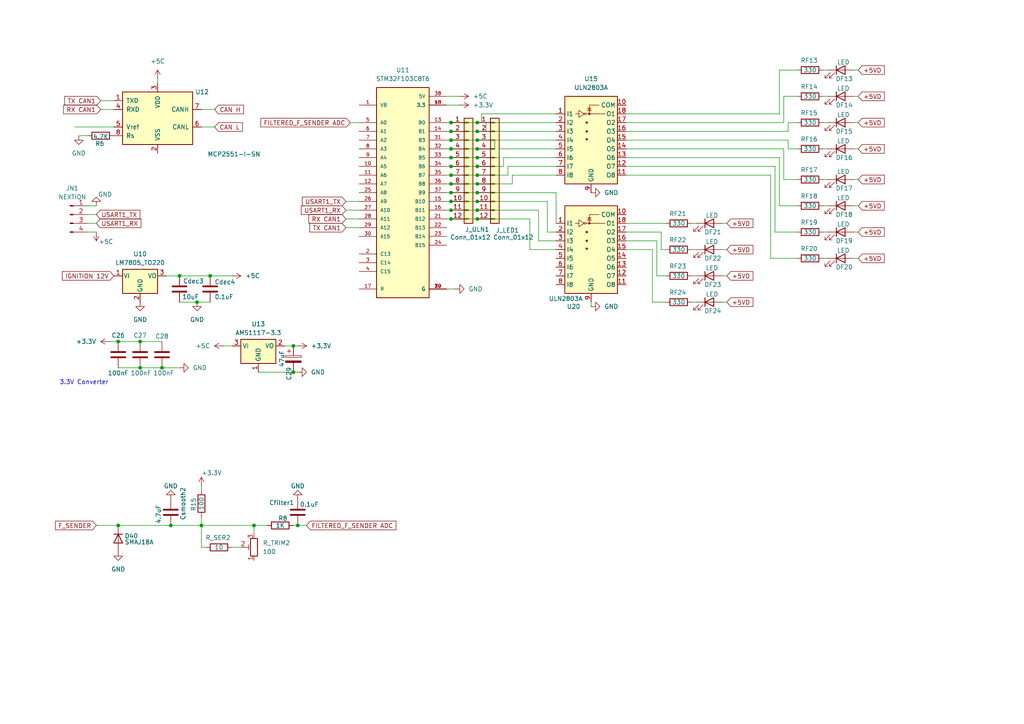
<source format=kicad_sch>
(kicad_sch (version 20250114) (generator "eeschema") (generator_version "9.0")
  (paper "A4")
  (lib_symbols
    (symbol "Connector:Conn_01x04_Pin" (pin_names (offset 1.016) (hide yes))
      (property "Reference" "J" (at 0 5.08 0))
      (property "Value" "Conn_01x04_Pin" (at 0 -7.62 0))
      (symbol "Conn_01x04_Pin_1_1"
        (rectangle (start 0.8636 2.667) (end 0 2.413) (stroke (width 0.1524)) (fill (type outline)))
        (rectangle (start 0.8636 0.127) (end 0 -0.127) (stroke (width 0.1524)) (fill (type outline)))
        (rectangle (start 0.8636 -2.413) (end 0 -2.667) (stroke (width 0.1524)) (fill (type outline)))
        (rectangle (start 0.8636 -4.953) (end 0 -5.207) (stroke (width 0.1524)) (fill (type outline)))
        (polyline (pts (xy 1.27 2.54) (xy 0.8636 2.54)) (stroke (width 0.1524)))
        (polyline (pts (xy 1.27 0) (xy 0.8636 0)) (stroke (width 0.1524)))
        (polyline (pts (xy 1.27 -2.54) (xy 0.8636 -2.54)) (stroke (width 0.1524)))
        (polyline (pts (xy 1.27 -5.08) (xy 0.8636 -5.08)) (stroke (width 0.1524)))
        (pin passive line (at 5.08 2.54 180) (length 3.81) (name "Pin_1") (number "1"))
        (pin passive line (at 5.08 0 180) (length 3.81) (name "Pin_2") (number "2"))
        (pin passive line (at 5.08 -2.54 180) (length 3.81) (name "Pin_3") (number "3"))
        (pin passive line (at 5.08 -5.08 180) (length 3.81) (name "Pin_4") (number "4"))
      )
    )
    (symbol "Connector_Generic:Conn_01x12" (pin_names (offset 1.016) (hide yes))
      (property "Reference" "J" (at 0 15.24 0))
      (property "Value" "Conn_01x12" (at 0 -17.78 0))
      (symbol "Conn_01x12_1_1"
        (rectangle (start -1.27 13.97) (end 1.27 -16.51) (stroke (width 0.254)) (fill (type background)))
        (rectangle (start -1.27 12.827) (end 0 12.573) (stroke (width 0.1524)))
        (rectangle (start -1.27 10.287) (end 0 10.033) (stroke (width 0.1524)))
        (rectangle (start -1.27 7.747) (end 0 7.493) (stroke (width 0.1524)))
        (rectangle (start -1.27 5.207) (end 0 4.953) (stroke (width 0.1524)))
        (rectangle (start -1.27 2.667) (end 0 2.413) (stroke (width 0.1524)))
        (rectangle (start -1.27 0.127) (end 0 -0.127) (stroke (width 0.1524)))
        (rectangle (start -1.27 -2.413) (end 0 -2.667) (stroke (width 0.1524)))
        (rectangle (start -1.27 -4.953) (end 0 -5.207) (stroke (width 0.1524)))
        (rectangle (start -1.27 -7.493) (end 0 -7.747) (stroke (width 0.1524)))
        (rectangle (start -1.27 -10.033) (end 0 -10.287) (stroke (width 0.1524)))
        (rectangle (start -1.27 -12.573) (end 0 -12.827) (stroke (width 0.1524)))
        (rectangle (start -1.27 -15.113) (end 0 -15.367) (stroke (width 0.1524)))
        (pin passive line (at -5.08 12.7 0) (length 3.81) (name "Pin_1") (number "1"))
        (pin passive line (at -5.08 10.16 0) (length 3.81) (name "Pin_2") (number "2"))
        (pin passive line (at -5.08 7.62 0) (length 3.81) (name "Pin_3") (number "3"))
        (pin passive line (at -5.08 5.08 0) (length 3.81) (name "Pin_4") (number "4"))
        (pin passive line (at -5.08 2.54 0) (length 3.81) (name "Pin_5") (number "5"))
        (pin passive line (at -5.08 0 0) (length 3.81) (name "Pin_6") (number "6"))
        (pin passive line (at -5.08 -2.54 0) (length 3.81) (name "Pin_7") (number "7"))
        (pin passive line (at -5.08 -5.08 0) (length 3.81) (name "Pin_8") (number "8"))
        (pin passive line (at -5.08 -7.62 0) (length 3.81) (name "Pin_9") (number "9"))
        (pin passive line (at -5.08 -10.16 0) (length 3.81) (name "Pin_10") (number "10"))
        (pin passive line (at -5.08 -12.7 0) (length 3.81) (name "Pin_11") (number "11"))
        (pin passive line (at -5.08 -15.24 0) (length 3.81) (name "Pin_12") (number "12"))
      )
    )
    (symbol "Device:C" (pin_numbers (hide yes)) (pin_names (offset 0.254))
      (property "Reference" "C" (at 0.635 2.54 0))
      (property "Value" "C" (at 0.635 -2.54 0))
      (symbol "C_0_1"
        (polyline (pts (xy -2.032 0.762) (xy 2.032 0.762)) (stroke (width 0.508)))
        (polyline (pts (xy -2.032 -0.762) (xy 2.032 -0.762)) (stroke (width 0.508)))
      )
      (symbol "C_1_1"
        (pin passive line (at 0 3.81 270) (length 2.794) (name "~") (number "1"))
        (pin passive line (at 0 -3.81 90) (length 2.794) (name "~") (number "2"))
      )
    )
    (symbol "Device:C_Polarized" (pin_numbers (hide yes)) (pin_names (offset 0.254))
      (property "Reference" "C" (at 0.635 2.54 0))
      (property "Value" "C_Polarized" (at 0.635 -2.54 0))
      (symbol "C_Polarized_0_1"
        (rectangle (start -2.286 0.508) (end 2.286 1.016))
        (polyline (pts (xy -1.778 2.286) (xy -0.762 2.286)))
        (polyline (pts (xy -1.27 2.794) (xy -1.27 1.778)))
        (rectangle (start 2.286 -0.508) (end -2.286 -1.016) (fill (type outline)))
      )
      (symbol "C_Polarized_1_1"
        (pin passive line (at 0 3.81 270) (length 2.794) (name "~") (number "1"))
        (pin passive line (at 0 -3.81 90) (length 2.794) (name "~") (number "2"))
      )
    )
    (symbol "Device:D" (pin_numbers (hide yes)) (pin_names (offset 1.016) (hide yes))
      (property "Reference" "D" (at 0 2.54 0))
      (property "Value" "D" (at 0 -2.54 0))
      (symbol "D_0_1"
        (polyline (pts (xy -1.27 1.27) (xy -1.27 -1.27)) (stroke (width 0.254)))
        (polyline (pts (xy 1.27 1.27) (xy 1.27 -1.27) (xy -1.27 0) (xy 1.27 1.27)) (stroke (width 0.254)))
        (polyline (pts (xy 1.27 0) (xy -1.27 0)))
      )
      (symbol "D_1_1"
        (pin passive line (at -3.81 0 0) (length 2.54) (name "K") (number "1"))
        (pin passive line (at 3.81 0 180) (length 2.54) (name "A") (number "2"))
      )
    )
    (symbol "Device:LED" (pin_numbers (hide yes)) (pin_names (offset 1.016) (hide yes))
      (property "Reference" "D" (at 0 2.54 0))
      (property "Value" "LED" (at 0 -2.54 0))
      (symbol "LED_0_1"
        (polyline (pts (xy -3.048 -0.762) (xy -4.572 -2.286) (xy -3.81 -2.286) (xy -4.572 -2.286) (xy -4.572 -1.524)))
        (polyline (pts (xy -1.778 -0.762) (xy -3.302 -2.286) (xy -2.54 -2.286) (xy -3.302 -2.286) (xy -3.302 -1.524)))
        (polyline (pts (xy -1.27 0) (xy 1.27 0)))
        (polyline (pts (xy -1.27 -1.27) (xy -1.27 1.27)) (stroke (width 0.254)))
        (polyline (pts (xy 1.27 -1.27) (xy 1.27 1.27) (xy -1.27 0) (xy 1.27 -1.27)) (stroke (width 0.254)))
      )
      (symbol "LED_1_1"
        (pin passive line (at -3.81 0 0) (length 2.54) (name "K") (number "1"))
        (pin passive line (at 3.81 0 180) (length 2.54) (name "A") (number "2"))
      )
    )
    (symbol "Device:R" (pin_numbers (hide yes)) (pin_names (offset 0))
      (property "Reference" "R" (at 2.032 0 90))
      (property "Value" "R" (at 0 0 90))
      (symbol "R_0_1"
        (rectangle (start -1.016 -2.54) (end 1.016 2.54) (stroke (width 0.254)))
      )
      (symbol "R_1_1"
        (pin passive line (at 0 3.81 270) (length 1.27) (name "~") (number "1"))
        (pin passive line (at 0 -3.81 90) (length 1.27) (name "~") (number "2"))
      )
    )
    (symbol "Device:R_Potentiometer_Trim" (pin_names (offset 1.016) (hide yes))
      (property "Reference" "RV" (at -4.445 0 90))
      (property "Value" "R_Potentiometer_Trim" (at -2.54 0 90))
      (symbol "R_Potentiometer_Trim_0_1"
        (rectangle (start 1.016 2.54) (end -1.016 -2.54) (stroke (width 0.254)))
        (polyline (pts (xy 1.524 0.762) (xy 1.524 -0.762)))
        (polyline (pts (xy 2.54 0) (xy 1.524 0)))
      )
      (symbol "R_Potentiometer_Trim_1_1"
        (pin passive line (at 0 3.81 270) (length 1.27) (name "1") (number "1"))
        (pin passive line (at 0 -3.81 90) (length 1.27) (name "3") (number "3"))
        (pin passive line (at 3.81 0 180) (length 1.27) (name "2") (number "2"))
      )
    )
    (symbol "Interface_CAN_LIN:MCP2551-I-SN" (pin_names (offset 1.016))
      (property "Reference" "U" (at -10.16 8.89 0))
      (property "Value" "MCP2551-I-SN" (at 2.54 8.89 0))
      (symbol "MCP2551-I-SN_0_1"
        (rectangle (start -10.16 7.62) (end 10.16 -7.62) (stroke (width 0.254)) (fill (type background)))
      )
      (symbol "MCP2551-I-SN_1_1"
        (pin input line (at -12.7 5.08 0) (length 2.54) (name "TXD") (number "1"))
        (pin output line (at -12.7 2.54 0) (length 2.54) (name "RXD") (number "4"))
        (pin power_out line (at -12.7 -2.54 0) (length 2.54) (name "Vref") (number "5"))
        (pin input line (at -12.7 -5.08 0) (length 2.54) (name "Rs") (number "8"))
        (pin power_in line (at 0 10.16 270) (length 2.54) (name "VDD") (number "3"))
        (pin power_in line (at 0 -10.16 90) (length 2.54) (name "VSS") (number "2"))
        (pin bidirectional line (at 12.7 2.54 180) (length 2.54) (name "CANH") (number "7"))
        (pin bidirectional line (at 12.7 -2.54 180) (length 2.54) (name "CANL") (number "6"))
      )
    )
    (symbol "Regulator_Linear:AMS1117-3.3"
      (property "Reference" "U" (at -3.81 3.175 0))
      (property "Value" "AMS1117-3.3" (at 0 3.175 0))
      (symbol "AMS1117-3.3_0_1"
        (rectangle (start -5.08 -5.08) (end 5.08 1.905) (stroke (width 0.254)) (fill (type background)))
      )
      (symbol "AMS1117-3.3_1_1"
        (pin power_in line (at -7.62 0 0) (length 2.54) (name "VI") (number "3"))
        (pin power_in line (at 0 -7.62 90) (length 2.54) (name "GND") (number "1"))
        (pin power_out line (at 7.62 0 180) (length 2.54) (name "VO") (number "2"))
      )
    )
    (symbol "Regulator_Linear:LM7805_TO220" (pin_names (offset 0.254))
      (property "Reference" "U" (at -3.81 3.175 0))
      (property "Value" "LM7805_TO220" (at 0 3.175 0))
      (symbol "LM7805_TO220_0_1"
        (rectangle (start -5.08 1.905) (end 5.08 -5.08) (stroke (width 0.254)) (fill (type background)))
      )
      (symbol "LM7805_TO220_1_1"
        (pin power_in line (at -7.62 0 0) (length 2.54) (name "VI") (number "1"))
        (pin power_in line (at 0 -7.62 90) (length 2.54) (name "GND") (number "2"))
        (pin power_out line (at 7.62 0 180) (length 2.54) (name "VO") (number "3"))
      )
    )
    (symbol "Transistor_Array:ULN2803A"
      (property "Reference" "U" (at 0 13.335 0))
      (property "Value" "ULN2803A" (at 0 11.43 0))
      (symbol "ULN2803A_0_1"
        (rectangle (start -7.62 -15.24) (end 7.62 10.16) (stroke (width 0.254)) (fill (type background)))
        (polyline (pts (xy -4.572 5.08) (xy -3.556 5.08)))
        (polyline (pts (xy -3.556 6.096) (xy -3.556 4.064) (xy -2.032 5.08) (xy -3.556 6.096)))
        (circle (center -1.778 5.08) (radius 0.254))
        (polyline (pts (xy -1.524 5.08) (xy 4.064 5.08)))
        (circle (center -1.27 2.54) (radius 0.254) (fill (type outline)))
        (circle (center -1.27 0) (radius 0.254) (fill (type outline)))
        (circle (center -1.27 -2.286) (radius 0.254) (fill (type outline)))
        (circle (center -0.508 5.08) (radius 0.254) (fill (type outline)))
        (polyline (pts (xy -0.508 5.08) (xy -0.508 7.62) (xy 2.286 7.62)))
        (polyline (pts (xy 0 6.731) (xy -1.016 6.731)))
        (polyline (pts (xy 0 5.969) (xy -1.016 5.969) (xy -0.508 6.731) (xy 0 5.969)))
      )
      (symbol "ULN2803A_1_1"
        (pin input line (at -10.16 5.08 0) (length 2.54) (name "I1") (number "1"))
        (pin input line (at -10.16 2.54 0) (length 2.54) (name "I2") (number "2"))
        (pin input line (at -10.16 0 0) (length 2.54) (name "I3") (number "3"))
        (pin input line (at -10.16 -2.54 0) (length 2.54) (name "I4") (number "4"))
        (pin input line (at -10.16 -5.08 0) (length 2.54) (name "I5") (number "5"))
        (pin input line (at -10.16 -7.62 0) (length 2.54) (name "I6") (number "6"))
        (pin input line (at -10.16 -10.16 0) (length 2.54) (name "I7") (number "7"))
        (pin input line (at -10.16 -12.7 0) (length 2.54) (name "I8") (number "8"))
        (pin power_in line (at 0 -17.78 90) (length 2.54) (name "GND") (number "9"))
        (pin passive line (at 10.16 7.62 180) (length 2.54) (name "COM") (number "10"))
        (pin open_collector line (at 10.16 5.08 180) (length 2.54) (name "O1") (number "18"))
        (pin open_collector line (at 10.16 2.54 180) (length 2.54) (name "O2") (number "17"))
        (pin open_collector line (at 10.16 0 180) (length 2.54) (name "O3") (number "16"))
        (pin open_collector line (at 10.16 -2.54 180) (length 2.54) (name "O4") (number "15"))
        (pin open_collector line (at 10.16 -5.08 180) (length 2.54) (name "O5") (number "14"))
        (pin open_collector line (at 10.16 -7.62 180) (length 2.54) (name "O6") (number "13"))
        (pin open_collector line (at 10.16 -10.16 180) (length 2.54) (name "O7") (number "12"))
        (pin open_collector line (at 10.16 -12.7 180) (length 2.54) (name "O8") (number "11"))
      )
    )
    (symbol "ZC323000:ZC323000" (pin_names (offset 1.016))
      (property "Reference" "U" (at -7.62 31.75 0))
      (property "Value" "ZC323000" (at -7.62 -31.75 0))
      (symbol "ZC323000_0_0"
        (rectangle (start -7.62 -30.48) (end 7.62 30.48) (stroke (width 0.254)) (fill (type background)))
        (pin bidirectional line (at -12.7 25.4 0) (length 5.08) (name "VB") (number "1"))
        (pin bidirectional line (at -12.7 20.32 0) (length 5.08) (name "A0") (number "5"))
        (pin bidirectional line (at -12.7 17.78 0) (length 5.08) (name "A1") (number "6"))
        (pin bidirectional line (at -12.7 15.24 0) (length 5.08) (name "A2") (number "7"))
        (pin bidirectional line (at -12.7 12.7 0) (length 5.08) (name "A3") (number "8"))
        (pin bidirectional line (at -12.7 10.16 0) (length 5.08) (name "A4") (number "9"))
        (pin bidirectional line (at -12.7 7.62 0) (length 5.08) (name "A5") (number "10"))
        (pin bidirectional line (at -12.7 5.08 0) (length 5.08) (name "A6") (number "11"))
        (pin bidirectional line (at -12.7 2.54 0) (length 5.08) (name "A7") (number "12"))
        (pin bidirectional line (at -12.7 0 0) (length 5.08) (name "A8") (number "25"))
        (pin bidirectional line (at -12.7 -2.54 0) (length 5.08) (name "A9") (number "26"))
        (pin bidirectional line (at -12.7 -5.08 0) (length 5.08) (name "A10") (number "27"))
        (pin bidirectional line (at -12.7 -7.62 0) (length 5.08) (name "A11") (number "28"))
        (pin bidirectional line (at -12.7 -10.16 0) (length 5.08) (name "A12") (number "29"))
        (pin bidirectional line (at -12.7 -12.7 0) (length 5.08) (name "A15") (number "30"))
        (pin bidirectional line (at -12.7 -17.78 0) (length 5.08) (name "C13") (number "2"))
        (pin bidirectional line (at -12.7 -20.32 0) (length 5.08) (name "C14") (number "3"))
        (pin bidirectional line (at -12.7 -22.86 0) (length 5.08) (name "C15") (number "4"))
        (pin bidirectional line (at -12.7 -27.94 0) (length 5.08) (name "R") (number "17"))
        (pin power_in line (at 12.7 27.94 180) (length 5.08) (name "5V") (number "38"))
        (pin power_in line (at 12.7 25.4 180) (length 5.08) (name "3.3") (number "18"))
        (pin power_in line (at 12.7 25.4 180) (length 5.08) (name "3.3") (number "40"))
        (pin bidirectional line (at 12.7 20.32 180) (length 5.08) (name "B0") (number "13"))
        (pin bidirectional line (at 12.7 17.78 180) (length 5.08) (name "B1") (number "14"))
        (pin bidirectional line (at 12.7 15.24 180) (length 5.08) (name "B3") (number "31"))
        (pin bidirectional line (at 12.7 12.7 180) (length 5.08) (name "B4") (number "32"))
        (pin bidirectional line (at 12.7 10.16 180) (length 5.08) (name "B5") (number "33"))
        (pin bidirectional line (at 12.7 7.62 180) (length 5.08) (name "B6") (number "34"))
        (pin bidirectional line (at 12.7 5.08 180) (length 5.08) (name "B7") (number "35"))
        (pin bidirectional line (at 12.7 2.54 180) (length 5.08) (name "B8") (number "36"))
        (pin bidirectional line (at 12.7 0 180) (length 5.08) (name "B9") (number "37"))
        (pin bidirectional line (at 12.7 -2.54 180) (length 5.08) (name "B10") (number "15"))
        (pin bidirectional line (at 12.7 -5.08 180) (length 5.08) (name "B11") (number "16"))
        (pin bidirectional line (at 12.7 -7.62 180) (length 5.08) (name "B12") (number "21"))
        (pin bidirectional line (at 12.7 -10.16 180) (length 5.08) (name "B13") (number "22"))
        (pin bidirectional line (at 12.7 -12.7 180) (length 5.08) (name "B14") (number "23"))
        (pin bidirectional line (at 12.7 -15.24 180) (length 5.08) (name "B15") (number "24"))
        (pin power_in line (at 12.7 -27.94 180) (length 5.08) (name "G") (number "19"))
        (pin power_in line (at 12.7 -27.94 180) (length 5.08) (name "G") (number "20"))
        (pin power_in line (at 12.7 -27.94 180) (length 5.08) (name "G") (number "39"))
      )
    )
    (symbol "power:+3.3V" (power) (pin_numbers (hide yes)) (pin_names (offset 0) (hide yes))
      (property "Value" "+3.3V" (at 0 3.556 0))
      (symbol "+3.3V_0_1"
        (polyline (pts (xy -0.762 1.27) (xy 0 2.54)))
        (polyline (pts (xy 0 2.54) (xy 0.762 1.27)))
        (polyline (pts (xy 0 0) (xy 0 2.54)))
      )
      (symbol "+3.3V_1_1"
        (pin power_in line (at 0 0 90) (length 0) (name "~") (number "1"))
      )
    )
    (symbol "power:+5C" (power) (pin_numbers (hide yes)) (pin_names (offset 0) (hide yes))
      (property "Value" "+5C" (at 0 3.556 0))
      (symbol "+5C_0_1"
        (polyline (pts (xy -0.762 1.27) (xy 0 2.54)))
        (polyline (pts (xy 0 2.54) (xy 0.762 1.27)))
        (polyline (pts (xy 0 0) (xy 0 2.54)))
      )
      (symbol "+5C_1_1"
        (pin power_in line (at 0 0 90) (length 0) (name "~") (number "1"))
      )
    )
    (symbol "power:GND" (power) (pin_numbers (hide yes)) (pin_names (offset 0) (hide yes))
      (property "Value" "GND" (at 0 -3.81 0))
      (symbol "GND_0_1"
        (polyline (pts (xy 0 0) (xy 0 -1.27) (xy 1.27 -1.27) (xy 0 -2.54) (xy -1.27 -1.27) (xy 0 -1.27)))
      )
      (symbol "GND_1_1"
        (pin power_in line (at 0 0 270) (length 0) (name "~") (number "1"))
      )
    )
  )
  (text "3.3V Converter" (at 24.384 110.998 0) (effects (font (size 1.27 1.27))))
  (junction (at 130.81 43.18))
  (junction (at 85.09 100.33))
  (junction (at 34.29 99.06))
  (junction (at 138.43 53.34))
  (junction (at 58.42 152.4))
  (junction (at 49.53 152.4))
  (junction (at 130.81 58.42))
  (junction (at 138.43 43.18))
  (junction (at 130.81 55.88))
  (junction (at 138.43 60.96))
  (junction (at 73.66 152.4))
  (junction (at 40.64 99.06))
  (junction (at 138.43 38.1))
  (junction (at 130.81 50.8))
  (junction (at 130.81 48.26))
  (junction (at 130.81 45.72))
  (junction (at 138.43 55.88))
  (junction (at 138.43 48.26))
  (junction (at 138.43 50.8))
  (junction (at 130.81 60.96))
  (junction (at 138.43 40.64))
  (junction (at 34.29 152.4))
  (junction (at 138.43 58.42))
  (junction (at 130.81 40.64))
  (junction (at 57.15 87.63))
  (junction (at 60.96 80.01))
  (junction (at 130.81 53.34))
  (junction (at 138.43 45.72))
  (junction (at 130.81 63.5))
  (junction (at 138.43 35.56))
  (junction (at 85.09 107.95))
  (junction (at 52.07 80.01))
  (junction (at 138.43 63.5))
  (junction (at 46.99 106.68))
  (junction (at 86.36 152.4))
  (junction (at 130.81 35.56))
  (junction (at 40.64 106.68))
  (junction (at 130.81 38.1))
  (wire (pts (xy 85.09 100.33) (xy 86.36 100.33)))
  (wire (pts (xy 138.43 58.42) (xy 158.75 58.42)))
  (wire (pts (xy 210.82 64.77) (xy 209.55 64.77)))
  (wire (pts (xy 226.06 59.69) (xy 226.06 45.72)))
  (wire (pts (xy 129.54 60.96) (xy 130.81 60.96)))
  (wire (pts (xy 129.54 83.82) (xy 132.08 83.82)))
  (wire (pts (xy 240.03 20.32) (xy 238.76 20.32)))
  (wire (pts (xy 231.14 27.94) (xy 227.33 27.94)))
  (wire (pts (xy 231.14 35.56) (xy 228.6 35.56)))
  (wire (pts (xy 156.21 60.96) (xy 156.21 69.85)))
  (wire (pts (xy 191.77 72.39) (xy 193.04 72.39)))
  (wire (pts (xy 226.06 20.32) (xy 231.14 20.32)))
  (wire (pts (xy 240.03 59.69) (xy 238.76 59.69)))
  (wire (pts (xy 147.32 48.26) (xy 161.29 48.26)))
  (wire (pts (xy 140.97 38.1) (xy 140.97 35.56)))
  (wire (pts (xy 224.79 48.26) (xy 181.61 48.26)))
  (wire (pts (xy 143.51 40.64) (xy 161.29 40.64)))
  (wire (pts (xy 201.93 64.77) (xy 200.66 64.77)))
  (wire (pts (xy 29.21 31.75) (xy 33.02 31.75)))
  (wire (pts (xy 130.81 45.72) (xy 138.43 45.72)))
  (wire (pts (xy 201.93 87.63) (xy 200.66 87.63)))
  (wire (pts (xy 129.54 45.72) (xy 130.81 45.72)))
  (wire (pts (xy 223.52 74.93) (xy 223.52 50.8)))
  (wire (pts (xy 248.92 43.18) (xy 247.65 43.18)))
  (wire (pts (xy 40.64 99.06) (xy 46.99 99.06)))
  (wire (pts (xy 138.43 53.34) (xy 148.59 53.34)))
  (wire (pts (xy 130.81 40.64) (xy 138.43 40.64)))
  (wire (pts (xy 27.94 62.23) (xy 25.4 62.23)))
  (wire (pts (xy 130.81 35.56) (xy 138.43 35.56)))
  (wire (pts (xy 148.59 53.34) (xy 148.59 50.8)))
  (wire (pts (xy 129.54 40.64) (xy 130.81 40.64)))
  (wire (pts (xy 227.33 27.94) (xy 227.33 35.56)))
  (wire (pts (xy 77.47 152.4) (xy 73.66 152.4)))
  (wire (pts (xy 130.81 38.1) (xy 138.43 38.1)))
  (wire (pts (xy 40.64 106.68) (xy 46.99 106.68)))
  (wire (pts (xy 181.61 33.02) (xy 226.06 33.02)))
  (wire (pts (xy 210.82 87.63) (xy 209.55 87.63)))
  (wire (pts (xy 58.42 36.83) (xy 62.23 36.83)))
  (wire (pts (xy 248.92 52.07) (xy 247.65 52.07)))
  (wire (pts (xy 100.33 66.04) (xy 104.14 66.04)))
  (wire (pts (xy 129.54 63.5) (xy 130.81 63.5)))
  (wire (pts (xy 191.77 67.31) (xy 191.77 72.39)))
  (wire (pts (xy 129.54 30.48) (xy 133.35 30.48)))
  (wire (pts (xy 130.81 50.8) (xy 138.43 50.8)))
  (wire (pts (xy 226.06 20.32) (xy 226.06 33.02)))
  (wire (pts (xy 161.29 55.88) (xy 161.29 64.77)))
  (wire (pts (xy 34.29 106.68) (xy 40.64 106.68)))
  (wire (pts (xy 101.6 35.56) (xy 104.14 35.56)))
  (wire (pts (xy 138.43 63.5) (xy 153.67 63.5)))
  (wire (pts (xy 248.92 20.32) (xy 247.65 20.32)))
  (wire (pts (xy 158.75 67.31) (xy 161.29 67.31)))
  (wire (pts (xy 73.66 152.4) (xy 73.66 154.94)))
  (wire (pts (xy 158.75 58.42) (xy 158.75 67.31)))
  (wire (pts (xy 129.54 38.1) (xy 130.81 38.1)))
  (wire (pts (xy 156.21 69.85) (xy 161.29 69.85)))
  (wire (pts (xy 142.24 40.64) (xy 142.24 38.1)))
  (wire (pts (xy 144.78 45.72) (xy 144.78 43.18)))
  (wire (pts (xy 27.94 152.4) (xy 34.29 152.4)))
  (wire (pts (xy 58.42 31.75) (xy 62.23 31.75)))
  (wire (pts (xy 138.43 35.56) (xy 139.7 35.56)))
  (wire (pts (xy 27.94 67.31) (xy 25.4 67.31)))
  (wire (pts (xy 58.42 140.97) (xy 58.42 142.24)))
  (wire (pts (xy 190.5 80.01) (xy 193.04 80.01)))
  (wire (pts (xy 231.14 74.93) (xy 223.52 74.93)))
  (wire (pts (xy 181.61 50.8) (xy 223.52 50.8)))
  (wire (pts (xy 248.92 59.69) (xy 247.65 59.69)))
  (wire (pts (xy 227.33 35.56) (xy 181.61 35.56)))
  (wire (pts (xy 201.93 80.01) (xy 200.66 80.01)))
  (wire (pts (xy 129.54 48.26) (xy 130.81 48.26)))
  (wire (pts (xy 140.97 35.56) (xy 161.29 35.56)))
  (wire (pts (xy 240.03 35.56) (xy 238.76 35.56)))
  (wire (pts (xy 146.05 48.26) (xy 146.05 45.72)))
  (wire (pts (xy 67.31 158.75) (xy 69.85 158.75)))
  (wire (pts (xy 201.93 72.39) (xy 200.66 72.39)))
  (wire (pts (xy 153.67 72.39) (xy 161.29 72.39)))
  (wire (pts (xy 144.78 43.18) (xy 161.29 43.18)))
  (wire (pts (xy 240.03 43.18) (xy 238.76 43.18)))
  (wire (pts (xy 129.54 58.42) (xy 130.81 58.42)))
  (wire (pts (xy 130.81 53.34) (xy 138.43 53.34)))
  (wire (pts (xy 22.86 39.37) (xy 25.4 39.37)))
  (wire (pts (xy 248.92 35.56) (xy 247.65 35.56)))
  (wire (pts (xy 240.03 52.07) (xy 238.76 52.07)))
  (wire (pts (xy 130.81 48.26) (xy 138.43 48.26)))
  (wire (pts (xy 181.61 72.39) (xy 189.23 72.39)))
  (wire (pts (xy 138.43 45.72) (xy 144.78 45.72)))
  (wire (pts (xy 129.54 43.18) (xy 130.81 43.18)))
  (wire (pts (xy 130.81 43.18) (xy 138.43 43.18)))
  (wire (pts (xy 138.43 43.18) (xy 143.51 43.18)))
  (wire (pts (xy 27.94 64.77) (xy 25.4 64.77)))
  (wire (pts (xy 224.79 67.31) (xy 224.79 48.26)))
  (wire (pts (xy 52.07 87.63) (xy 57.15 87.63)))
  (wire (pts (xy 240.03 67.31) (xy 238.76 67.31)))
  (wire (pts (xy 171.45 88.9) (xy 171.45 87.63)))
  (wire (pts (xy 139.7 33.02) (xy 161.29 33.02)))
  (wire (pts (xy 100.33 60.96) (xy 104.14 60.96)))
  (wire (pts (xy 181.61 67.31) (xy 191.77 67.31)))
  (wire (pts (xy 129.54 27.94) (xy 133.35 27.94)))
  (wire (pts (xy 227.33 52.07) (xy 231.14 52.07)))
  (wire (pts (xy 189.23 72.39) (xy 189.23 87.63)))
  (wire (pts (xy 228.6 35.56) (xy 228.6 38.1)))
  (wire (pts (xy 57.15 87.63) (xy 60.96 87.63)))
  (wire (pts (xy 29.21 29.21) (xy 33.02 29.21)))
  (wire (pts (xy 58.42 149.86) (xy 58.42 152.4)))
  (wire (pts (xy 190.5 69.85) (xy 190.5 80.01)))
  (wire (pts (xy 228.6 43.18) (xy 231.14 43.18)))
  (wire (pts (xy 46.99 106.68) (xy 52.07 106.68)))
  (wire (pts (xy 58.42 152.4) (xy 58.42 158.75)))
  (wire (pts (xy 240.03 74.93) (xy 238.76 74.93)))
  (wire (pts (xy 138.43 60.96) (xy 156.21 60.96)))
  (wire (pts (xy 224.79 67.31) (xy 231.14 67.31)))
  (wire (pts (xy 146.05 45.72) (xy 161.29 45.72)))
  (wire (pts (xy 67.31 80.01) (xy 60.96 80.01)))
  (wire (pts (xy 142.24 38.1) (xy 161.29 38.1)))
  (wire (pts (xy 130.81 58.42) (xy 138.43 58.42)))
  (wire (pts (xy 34.29 99.06) (xy 40.64 99.06)))
  (wire (pts (xy 210.82 80.01) (xy 209.55 80.01)))
  (wire (pts (xy 138.43 55.88) (xy 161.29 55.88)))
  (wire (pts (xy 49.53 152.4) (xy 58.42 152.4)))
  (wire (pts (xy 60.96 80.01) (xy 52.07 80.01)))
  (wire (pts (xy 27.94 59.69) (xy 25.4 59.69)))
  (wire (pts (xy 129.54 35.56) (xy 130.81 35.56)))
  (wire (pts (xy 138.43 50.8) (xy 147.32 50.8)))
  (wire (pts (xy 226.06 45.72) (xy 181.61 45.72)))
  (wire (pts (xy 52.07 80.01) (xy 48.26 80.01)))
  (wire (pts (xy 138.43 38.1) (xy 140.97 38.1)))
  (wire (pts (xy 231.14 59.69) (xy 226.06 59.69)))
  (wire (pts (xy 88.9 152.4) (xy 86.36 152.4)))
  (wire (pts (xy 129.54 50.8) (xy 130.81 50.8)))
  (wire (pts (xy 228.6 43.18) (xy 228.6 40.64)))
  (wire (pts (xy 181.61 69.85) (xy 190.5 69.85)))
  (wire (pts (xy 34.29 152.4) (xy 49.53 152.4)))
  (wire (pts (xy 227.33 52.07) (xy 227.33 43.18)))
  (wire (pts (xy 240.03 27.94) (xy 238.76 27.94)))
  (wire (pts (xy 228.6 38.1) (xy 181.61 38.1)))
  (wire (pts (xy 21.59 36.83) (xy 33.02 36.83)))
  (wire (pts (xy 74.93 107.95) (xy 85.09 107.95)))
  (wire (pts (xy 139.7 35.56) (xy 139.7 33.02)))
  (wire (pts (xy 45.72 22.86) (xy 45.72 24.13)))
  (wire (pts (xy 129.54 55.88) (xy 130.81 55.88)))
  (wire (pts (xy 181.61 64.77) (xy 193.04 64.77)))
  (wire (pts (xy 82.55 100.33) (xy 85.09 100.33)))
  (wire (pts (xy 130.81 55.88) (xy 138.43 55.88)))
  (wire (pts (xy 31.75 99.06) (xy 34.29 99.06)))
  (wire (pts (xy 143.51 43.18) (xy 143.51 40.64)))
  (wire (pts (xy 58.42 152.4) (xy 73.66 152.4)))
  (wire (pts (xy 148.59 50.8) (xy 161.29 50.8)))
  (wire (pts (xy 248.92 27.94) (xy 247.65 27.94)))
  (wire (pts (xy 248.92 74.93) (xy 247.65 74.93)))
  (wire (pts (xy 147.32 50.8) (xy 147.32 48.26)))
  (wire (pts (xy 100.33 58.42) (xy 104.14 58.42)))
  (wire (pts (xy 138.43 40.64) (xy 142.24 40.64)))
  (wire (pts (xy 85.09 107.95) (xy 86.36 107.95)))
  (wire (pts (xy 210.82 72.39) (xy 209.55 72.39)))
  (wire (pts (xy 64.77 100.33) (xy 67.31 100.33)))
  (wire (pts (xy 189.23 87.63) (xy 193.04 87.63)))
  (wire (pts (xy 138.43 48.26) (xy 146.05 48.26)))
  (wire (pts (xy 129.54 53.34) (xy 130.81 53.34)))
  (wire (pts (xy 100.33 63.5) (xy 104.14 63.5)))
  (wire (pts (xy 248.92 67.31) (xy 247.65 67.31)))
  (wire (pts (xy 153.67 63.5) (xy 153.67 72.39)))
  (wire (pts (xy 181.61 43.18) (xy 227.33 43.18)))
  (wire (pts (xy 130.81 60.96) (xy 138.43 60.96)))
  (wire (pts (xy 228.6 40.64) (xy 181.61 40.64)))
  (wire (pts (xy 58.42 158.75) (xy 59.69 158.75)))
  (wire (pts (xy 86.36 152.4) (xy 85.09 152.4)))
  (wire (pts (xy 130.81 63.5) (xy 138.43 63.5)))
  (global_label "USART1_TX" (shape input) (at 27.94 62.23 0) (property "Intersheetrefs" "${INTERSHEET_REFS}" (effects (hide yes))))
  (global_label "FILTERED_F_SENDER ADC" (shape input) (at 101.6 35.56 180) (property "Intersheetrefs" "${INTERSHEET_REFS}" (effects (hide yes))))
  (global_label "USART1_TX" (shape input) (at 100.33 58.42 180) (property "Intersheetrefs" "${INTERSHEET_REFS}" (effects (hide yes))))
  (global_label "RX CAN1" (shape input) (at 29.21 31.75 180) (property "Intersheetrefs" "${INTERSHEET_REFS}" (effects (hide yes))))
  (global_label "+5VD" (shape input) (at 248.92 43.18 0) (property "Intersheetrefs" "${INTERSHEET_REFS}" (effects (hide yes))))
  (global_label "+5VD" (shape input) (at 210.82 87.63 0) (property "Intersheetrefs" "${INTERSHEET_REFS}" (effects (hide yes))))
  (global_label "+5VD" (shape input) (at 248.92 27.94 0) (property "Intersheetrefs" "${INTERSHEET_REFS}" (effects (hide yes))))
  (global_label "+5VD" (shape input) (at 248.92 20.32 0) (property "Intersheetrefs" "${INTERSHEET_REFS}" (effects (hide yes))))
  (global_label "FILTERED_F_SENDER ADC" (shape input) (at 88.9 152.4 0) (property "Intersheetrefs" "${INTERSHEET_REFS}" (effects (hide yes))))
  (global_label "+5VD" (shape input) (at 248.92 59.69 0) (property "Intersheetrefs" "${INTERSHEET_REFS}" (effects (hide yes))))
  (global_label "+5VD" (shape input) (at 210.82 72.39 0) (property "Intersheetrefs" "${INTERSHEET_REFS}" (effects (hide yes))))
  (global_label "CAN L" (shape input) (at 62.23 36.83 0) (property "Intersheetrefs" "${INTERSHEET_REFS}" (effects (hide yes))))
  (global_label "+5VD" (shape input) (at 248.92 35.56 0) (property "Intersheetrefs" "${INTERSHEET_REFS}" (effects (hide yes))))
  (global_label "CAN H" (shape input) (at 62.23 31.75 0) (property "Intersheetrefs" "${INTERSHEET_REFS}" (effects (hide yes))))
  (global_label "+5VD" (shape input) (at 210.82 80.01 0) (property "Intersheetrefs" "${INTERSHEET_REFS}" (effects (hide yes))))
  (global_label "USART1_RX" (shape input) (at 27.94 64.77 0) (property "Intersheetrefs" "${INTERSHEET_REFS}" (effects (hide yes))))
  (global_label "IGNITION 12V" (shape input) (at 33.02 80.01 180) (property "Intersheetrefs" "${INTERSHEET_REFS}" (effects (hide yes))))
  (global_label "+5VD" (shape input) (at 210.82 64.77 0) (property "Intersheetrefs" "${INTERSHEET_REFS}" (effects (hide yes))))
  (global_label "TX CAN1" (shape input) (at 29.21 29.21 180) (property "Intersheetrefs" "${INTERSHEET_REFS}" (effects (hide yes))))
  (global_label "F_SENDER" (shape input) (at 27.94 152.4 180) (property "Intersheetrefs" "${INTERSHEET_REFS}" (effects (hide yes))))
  (global_label "RX CAN1" (shape input) (at 100.33 63.5 180) (property "Intersheetrefs" "${INTERSHEET_REFS}" (effects (hide yes))))
  (global_label "USART1_RX" (shape input) (at 100.33 60.96 180) (property "Intersheetrefs" "${INTERSHEET_REFS}" (effects (hide yes))))
  (global_label "TX CAN1" (shape input) (at 100.33 66.04 180) (property "Intersheetrefs" "${INTERSHEET_REFS}" (effects (hide yes))))
  (global_label "+5VD" (shape input) (at 248.92 52.07 0) (property "Intersheetrefs" "${INTERSHEET_REFS}" (effects (hide yes))))
  (global_label "+5VD" (shape input) (at 248.92 74.93 0) (property "Intersheetrefs" "${INTERSHEET_REFS}" (effects (hide yes))))
  (global_label "+5VD" (shape input) (at 248.92 67.31 0) (property "Intersheetrefs" "${INTERSHEET_REFS}" (effects (hide yes))))
  (symbol (lib_id "Device:R_Potentiometer_Trim") (at 73.66 158.75 180) (unit 1)
    (property "Reference" "R_TRIM2" (at 76.2 157.4799 0) (effects (justify right)))
    (property "Value" "100" (at 76.2 160.0199 0) (effects (justify right)))
    (property "Footprint" "Potentiometer_SMD:Potentiometer_Bourns_3314J_Vertical" (effects (hide yes)))
    (property "Description" "Trim-potentiometer" (effects (hide yes)))
  )
  (symbol (lib_id "Interface_CAN_LIN:MCP2551-I-SN") (at 45.72 34.29 0) (unit 1)
    (property "Reference" "U12" (at 56.642 26.67 0) (effects (justify left)))
    (property "Value" "MCP2551-I-SN" (at 60.198 44.704 0) (effects (justify left)))
    (property "Footprint" "Package_SO:SOIC-8_3.9x4.9mm_P1.27mm" (effects (hide yes)))
    (property "Datasheet" "http://ww1.microchip.com/downloads/en/devicedoc/21667d.pdf" (effects (hide yes)))
    (property "Description" "High-Speed CAN Transceiver, 1Mbps, 5V supply, SOIC-8" (effects (hide yes)))
  )
  (symbol (lib_id "power:GND") (at 22.86 39.37 0) (unit 1)
    (property "Reference" "#PWR070" (effects (hide yes)))
    (property "Value" "GND" (at 22.86 44.45 0))
    (property "Description" "Power symbol creates a global label with name \"GND\" , ground" (effects (hide yes)))
  )
  (symbol (lib_id "power:+5C") (at 45.72 22.86 0) (unit 1)
    (property "Reference" "#PWR0103" (effects (hide yes)))
    (property "Value" "+5C" (at 45.72 17.78 0))
    (property "Description" "Power symbol creates a global label with name \"+5C\"" (effects (hide yes)))
  )
  (symbol (lib_id "Device:R") (at 234.95 20.32 90) (unit 1)
    (property "Reference" "RF13" (at 234.696 17.526 90))
    (property "Value" "330" (at 234.95 20.32 90))
    (property "Footprint" "Resistor_SMD:R_0603_1608Metric" (effects (hide yes)))
    (property "Description" "Resistor" (effects (hide yes)))
  )
  (symbol (lib_id "Device:C") (at 52.07 83.82 0) (unit 1)
    (property "Reference" "Cdec3" (at 53.086 81.534 0) (effects (justify left)))
    (property "Value" "10uF" (at 52.832 86.106 0) (effects (justify left)))
    (property "Footprint" "Capacitor_SMD:C_0805_2012Metric" (effects (hide yes)))
    (property "Description" "Unpolarized capacitor" (effects (hide yes)))
  )
  (symbol (lib_id "Device:R") (at 196.85 72.39 90) (unit 1)
    (property "Reference" "RF22" (at 196.596 69.596 90))
    (property "Value" "330" (at 196.85 72.39 90))
    (property "Footprint" "Resistor_SMD:R_0603_1608Metric" (effects (hide yes)))
    (property "Description" "Resistor" (effects (hide yes)))
  )
  (symbol (lib_id "Device:LED") (at 243.84 35.56 0) (unit 1)
    (property "Reference" "DF15" (at 244.856 38.1 0))
    (property "Value" "LED" (at 244.602 33.274 0))
    (property "Footprint" "LED_SMD:LED_0805_2012Metric" (effects (hide yes)))
    (property "Description" "Light emitting diode" (effects (hide yes)))
    (property "Sim.Pins" "1=K 2=A" (effects (hide yes)))
  )
  (symbol (lib_id "Device:LED") (at 243.84 27.94 0) (unit 1)
    (property "Reference" "DF14" (at 244.856 30.48 0))
    (property "Value" "LED" (at 244.602 25.654 0))
    (property "Footprint" "LED_SMD:LED_0805_2012Metric" (effects (hide yes)))
    (property "Description" "Light emitting diode" (effects (hide yes)))
    (property "Sim.Pins" "1=K 2=A" (effects (hide yes)))
  )
  (symbol (lib_id "Device:R") (at 234.95 74.93 90) (unit 1)
    (property "Reference" "RF20" (at 234.696 72.136 90))
    (property "Value" "330" (at 234.95 74.93 90))
    (property "Footprint" "Resistor_SMD:R_0603_1608Metric" (effects (hide yes)))
    (property "Description" "Resistor" (effects (hide yes)))
  )
  (symbol (lib_id "Device:LED") (at 243.84 67.31 0) (unit 1)
    (property "Reference" "DF19" (at 244.856 69.85 0))
    (property "Value" "LED" (at 244.602 65.024 0))
    (property "Footprint" "LED_SMD:LED_0805_2012Metric" (effects (hide yes)))
    (property "Description" "Light emitting diode" (effects (hide yes)))
    (property "Sim.Pins" "1=K 2=A" (effects (hide yes)))
  )
  (symbol (lib_id "Transistor_Array:ULN2803A") (at 171.45 38.1 0) (unit 1)
    (property "Reference" "U15" (at 171.45 22.86 0))
    (property "Value" "ULN2803A" (at 171.45 25.4 0))
    (property "Footprint" "Package_SO:SOIC-20W_7.5x12.8mm_P1.27mm" (effects (hide yes)))
    (property "Datasheet" "http://www.ti.com/lit/ds/symlink/uln2803a.pdf" (effects (hide yes)))
    (property "Description" "Darlington Transistor Arrays, SOIC18/DIP18" (effects (hide yes)))
  )
  (symbol (lib_id "Device:LED") (at 243.84 52.07 0) (unit 1)
    (property "Reference" "DF17" (at 244.856 54.61 0))
    (property "Value" "LED" (at 244.602 49.784 0))
    (property "Footprint" "LED_SMD:LED_0805_2012Metric" (effects (hide yes)))
    (property "Description" "Light emitting diode" (effects (hide yes)))
    (property "Sim.Pins" "1=K 2=A" (effects (hide yes)))
  )
  (symbol (lib_id "Device:C") (at 49.53 148.59 0) (unit 1)
    (property "Reference" "Csmooth2" (at 53.086 150.876 90) (effects (justify left)))
    (property "Value" "4.7uF" (at 45.974 151.892 90) (effects (justify left)))
    (property "Footprint" "Capacitor_SMD:C_0805_2012Metric" (effects (hide yes)))
    (property "Description" "Unpolarized capacitor" (effects (hide yes)))
  )
  (symbol (lib_id "Device:R") (at 196.85 64.77 90) (unit 1)
    (property "Reference" "RF21" (at 196.596 61.976 90))
    (property "Value" "330" (at 196.85 64.77 90))
    (property "Footprint" "Resistor_SMD:R_0603_1608Metric" (effects (hide yes)))
    (property "Description" "Resistor" (effects (hide yes)))
  )
  (symbol (lib_id "Device:R") (at 234.95 35.56 90) (unit 1)
    (property "Reference" "RF15" (at 234.696 32.766 90))
    (property "Value" "330" (at 234.95 35.56 90))
    (property "Footprint" "Resistor_SMD:R_0603_1608Metric" (effects (hide yes)))
    (property "Description" "Resistor" (effects (hide yes)))
  )
  (symbol (lib_id "Device:LED") (at 205.74 64.77 0) (unit 1)
    (property "Reference" "DF21" (at 206.756 67.31 0))
    (property "Value" "LED" (at 206.502 62.484 0))
    (property "Footprint" "LED_SMD:LED_0805_2012Metric" (effects (hide yes)))
    (property "Description" "Light emitting diode" (effects (hide yes)))
    (property "Sim.Pins" "1=K 2=A" (effects (hide yes)))
  )
  (symbol (lib_id "Regulator_Linear:AMS1117-3.3") (at 74.93 100.33 0) (unit 1)
    (property "Reference" "U13" (at 74.93 93.98 0))
    (property "Value" "AMS1117-3.3" (at 74.93 96.52 0))
    (property "Footprint" "Package_TO_SOT_SMD:SOT-223-3_TabPin2" (effects (hide yes)))
    (property "Datasheet" "http://www.advanced-monolithic.com/pdf/ds1117.pdf" (effects (hide yes)))
    (property "Description" "1A Low Dropout regulator, positive, 3.3V fixed output, SOT-223" (effects (hide yes)))
  )
  (symbol (lib_id "Device:LED") (at 243.84 20.32 0) (unit 1)
    (property "Reference" "DF13" (at 244.856 22.86 0))
    (property "Value" "LED" (at 244.602 18.034 0))
    (property "Footprint" "LED_SMD:LED_0805_2012Metric" (effects (hide yes)))
    (property "Description" "Light emitting diode" (effects (hide yes)))
    (property "Sim.Pins" "1=K 2=A" (effects (hide yes)))
  )
  (symbol (lib_id "power:+3.3V") (at 31.75 99.06 90) (unit 1)
    (property "Reference" "#PWR072" (effects (hide yes)))
    (property "Value" "+3.3V" (at 27.94 99.0601 90) (effects (justify left)))
    (property "Description" "Power symbol creates a global label with name \"+3.3V\"" (effects (hide yes)))
  )
  (symbol (lib_id "power:GND") (at 49.53 144.78 180) (unit 1)
    (property "Reference" "#PWR0124" (effects (hide yes)))
    (property "Value" "GND" (at 49.53 140.97 0))
    (property "Description" "Power symbol creates a global label with name \"GND\" , ground" (effects (hide yes)))
  )
  (symbol (lib_id "power:GND") (at 171.45 88.9 90) (unit 1)
    (property "Reference" "#PWR0121" (effects (hide yes)))
    (property "Value" "GND" (at 175.26 88.8999 90) (effects (justify right)))
    (property "Description" "Power symbol creates a global label with name \"GND\" , ground" (effects (hide yes)))
  )
  (symbol (lib_id "power:GND") (at 52.07 106.68 90) (unit 1)
    (property "Reference" "#PWR073" (effects (hide yes)))
    (property "Value" "GND" (at 55.88 106.6799 90) (effects (justify right)))
    (property "Description" "Power symbol creates a global label with name \"GND\" , ground" (effects (hide yes)))
  )
  (symbol (lib_id "Connector_Generic:Conn_01x12") (at 143.51 48.26 0) (unit 1)
    (property "Reference" "J_LED1" (at 143.764 66.802 0) (effects (justify left)))
    (property "Value" "Conn_01x12" (at 143.002 68.834 0) (effects (justify left)))
    (property "Footprint" "Connector_PinHeader_2.00mm:PinHeader_1x12_P2.00mm_Horizontal" (effects (hide yes)))
    (property "Description" "Generic connector, single row, 01x12, script generated (kicad-library-utils/schlib/autogen/connector/)" (effects (hide yes)))
  )
  (symbol (lib_id "power:GND") (at 132.08 83.82 90) (unit 1)
    (property "Reference" "#PWR065" (effects (hide yes)))
    (property "Value" "GND" (at 135.89 83.8199 90) (effects (justify right)))
    (property "Description" "Power symbol creates a global label with name \"GND\" , ground" (effects (hide yes)))
  )
  (symbol (lib_id "Device:C") (at 34.29 102.87 0) (unit 1)
    (property "Reference" "C26" (at 34.29 97.282 0))
    (property "Value" "100nF" (at 34.29 108.204 0))
    (property "Footprint" "Capacitor_SMD:C_0805_2012Metric" (effects (hide yes)))
    (property "Description" "Unpolarized capacitor" (effects (hide yes)))
  )
  (symbol (lib_id "power:+5C") (at 133.35 27.94 270) (unit 1)
    (property "Reference" "#PWR0102" (effects (hide yes)))
    (property "Value" "+5C" (at 137.16 27.9399 90) (effects (justify left)))
    (property "Description" "Power symbol creates a global label with name \"+5C\"" (effects (hide yes)))
  )
  (symbol (lib_id "Device:R") (at 196.85 80.01 90) (unit 1)
    (property "Reference" "RF23" (at 196.596 77.216 90))
    (property "Value" "330" (at 196.85 80.01 90))
    (property "Footprint" "Resistor_SMD:R_0603_1608Metric" (effects (hide yes)))
    (property "Description" "Resistor" (effects (hide yes)))
  )
  (symbol (lib_id "Device:LED") (at 243.84 74.93 0) (unit 1)
    (property "Reference" "DF20" (at 244.856 77.47 0))
    (property "Value" "LED" (at 244.602 72.644 0))
    (property "Footprint" "LED_SMD:LED_0805_2012Metric" (effects (hide yes)))
    (property "Description" "Light emitting diode" (effects (hide yes)))
    (property "Sim.Pins" "1=K 2=A" (effects (hide yes)))
  )
  (symbol (lib_id "Device:LED") (at 243.84 43.18 0) (unit 1)
    (property "Reference" "DF16" (at 244.856 45.72 0))
    (property "Value" "LED" (at 244.602 40.894 0))
    (property "Footprint" "LED_SMD:LED_0805_2012Metric" (effects (hide yes)))
    (property "Description" "Light emitting diode" (effects (hide yes)))
    (property "Sim.Pins" "1=K 2=A" (effects (hide yes)))
  )
  (symbol (lib_id "Device:R") (at 234.95 67.31 90) (unit 1)
    (property "Reference" "RF19" (at 234.696 64.516 90))
    (property "Value" "330" (at 234.95 67.31 90))
    (property "Footprint" "Resistor_SMD:R_0603_1608Metric" (effects (hide yes)))
    (property "Description" "Resistor" (effects (hide yes)))
  )
  (symbol (lib_id "Device:R") (at 81.28 152.4 270) (unit 1)
    (property "Reference" "R8" (at 82.042 150.368 90))
    (property "Value" "1K" (at 81.28 152.4 90))
    (property "Footprint" "Resistor_SMD:R_0805_2012Metric" (effects (hide yes)))
    (property "Description" "Resistor" (effects (hide yes)))
  )
  (symbol (lib_id "Device:R") (at 58.42 146.05 0) (mirror y) (unit 1)
    (property "Reference" "R15" (at 56.134 146.304 90))
    (property "Value" "100" (at 58.42 146.05 90))
    (property "Footprint" "Resistor_SMD:R_2512_6332Metric" (effects (hide yes)))
    (property "Description" "Resistor" (effects (hide yes)))
  )
  (symbol (lib_id "Device:D") (at 34.29 156.21 270) (unit 1)
    (property "Reference" "D40" (at 38.1 155.448 90))
    (property "Value" "SMAJ18A" (at 40.386 157.226 90))
    (property "Footprint" "Diode_SMD:D_SMA" (effects (hide yes)))
    (property "Description" "Diode" (effects (hide yes)))
    (property "Sim.Device" "D" (effects (hide yes)))
    (property "Sim.Pins" "1=K 2=A" (effects (hide yes)))
  )
  (symbol (lib_id "power:+3.3V") (at 58.42 140.97 0) (unit 1)
    (property "Reference" "#PWR0120" (effects (hide yes)))
    (property "Value" "+3.3V" (at 58.4199 137.16 0) (effects (justify left)))
    (property "Description" "Power symbol creates a global label with name \"+3.3V\"" (effects (hide yes)))
  )
  (symbol (lib_id "ZC323000:ZC323000") (at 116.84 55.88 0) (unit 1)
    (property "Reference" "U11" (at 116.84 20.32 0))
    (property "Value" "STM32F103C8T6" (at 116.84 22.86 0))
    (property "Footprint" "ZC323000:MODULE_ZC323000" (effects (hide yes)))
    (property "MF" "YKS" (effects (hide yes)))
    (property "MAXIMUM_PACKAGE_HEIGHT" "N/A" (effects (hide yes)))
    (property "Package" "None" (effects (hide yes)))
    (property "Price" "None" (effects (hide yes)))
    (property "Check_prices" "https://www.snapeda.com/parts/ZC323000/YKS/view-part/?ref=eda" (effects (hide yes)))
    (property "STANDARD" "Manufacturer Recommendations" (effects (hide yes)))
    (property "PARTREV" "N/A" (effects (hide yes)))
    (property "SnapEDA_Link" "https://www.snapeda.com/parts/ZC323000/YKS/view-part/?ref=snap" (effects (hide yes)))
    (property "MP" "ZC323000" (effects (hide yes)))
    (property "Description_1" "STM32F103C8T6 ARM STM32 Minimum System Development Board Module For Arduino" (effects (hide yes)))
    (property "Availability" "Not in stock" (effects (hide yes)))
    (property "MANUFACTURER" "YKS" (effects (hide yes)))
  )
  (symbol (lib_id "power:+3.3V") (at 86.36 100.33 270) (unit 1)
    (property "Reference" "#PWR075" (effects (hide yes)))
    (property "Value" "+3.3V" (at 90.17 100.3299 90) (effects (justify left)))
    (property "Description" "Power symbol creates a global label with name \"+3.3V\"" (effects (hide yes)))
  )
  (symbol (lib_id "Regulator_Linear:LM7805_TO220") (at 40.64 80.01 0) (unit 1)
    (property "Reference" "U10" (at 40.64 73.66 0))
    (property "Value" "LM7805_TO220" (at 40.64 76.2 0))
    (property "Footprint" "Package_TO_SOT_THT:TO-220-3_Vertical" (effects (hide yes)))
    (property "Datasheet" "https://www.onsemi.cn/PowerSolutions/document/MC7800-D.PDF" (effects (hide yes)))
    (property "Description" "Positive 1A 35V Linear Regulator, Fixed Output 5V, TO-220" (effects (hide yes)))
  )
  (symbol (lib_id "Device:LED") (at 205.74 80.01 0) (unit 1)
    (property "Reference" "DF23" (at 206.756 82.55 0))
    (property "Value" "LED" (at 206.502 77.724 0))
    (property "Footprint" "LED_SMD:LED_0805_2012Metric" (effects (hide yes)))
    (property "Description" "Light emitting diode" (effects (hide yes)))
    (property "Sim.Pins" "1=K 2=A" (effects (hide yes)))
  )
  (symbol (lib_id "Device:R") (at 234.95 59.69 90) (unit 1)
    (property "Reference" "RF18" (at 234.696 56.896 90))
    (property "Value" "330" (at 234.95 59.69 90))
    (property "Footprint" "Resistor_SMD:R_0603_1608Metric" (effects (hide yes)))
    (property "Description" "Resistor" (effects (hide yes)))
  )
  (symbol (lib_id "Device:C") (at 60.96 83.82 0) (unit 1)
    (property "Reference" "Cdec4" (at 62.23 81.788 0) (effects (justify left)))
    (property "Value" "0.1uF" (at 62.23 86.106 0) (effects (justify left)))
    (property "Footprint" "Capacitor_SMD:C_0805_2012Metric" (effects (hide yes)))
    (property "Description" "Unpolarized capacitor" (effects (hide yes)))
  )
  (symbol (lib_id "power:+5C") (at 67.31 80.01 270) (unit 1)
    (property "Reference" "#PWR0100" (effects (hide yes)))
    (property "Value" "+5C" (at 71.12 80.0099 90) (effects (justify left)))
    (property "Description" "Power symbol creates a global label with name \"+5C\"" (effects (hide yes)))
  )
  (symbol (lib_id "power:GND") (at 86.36 107.95 90) (unit 1)
    (property "Reference" "#PWR076" (effects (hide yes)))
    (property "Value" "GND" (at 90.17 107.9499 90) (effects (justify right)))
    (property "Description" "Power symbol creates a global label with name \"GND\" , ground" (effects (hide yes)))
  )
  (symbol (lib_id "Device:C_Polarized") (at 85.09 104.14 0) (unit 1)
    (property "Reference" "C29" (at 83.82 106.426 90) (effects (justify right)))
    (property "Value" "47uF" (at 81.788 101.6 90) (effects (justify right)))
    (property "Footprint" "Capacitor_Tantalum_SMD:CP_EIA-3528-21_Kemet-B_HandSolder" (effects (hide yes)))
    (property "Description" "Polarized capacitor" (effects (hide yes)))
  )
  (symbol (lib_id "Device:C") (at 46.99 102.87 0) (unit 1)
    (property "Reference" "C28" (at 46.99 97.536 0))
    (property "Value" "100nF" (at 47.498 108.204 0))
    (property "Footprint" "Capacitor_SMD:C_0805_2012Metric" (effects (hide yes)))
    (property "Description" "Unpolarized capacitor" (effects (hide yes)))
  )
  (symbol (lib_id "Device:LED") (at 205.74 72.39 0) (unit 1)
    (property "Reference" "DF22" (at 206.756 74.93 0))
    (property "Value" "LED" (at 206.502 70.104 0))
    (property "Footprint" "LED_SMD:LED_0805_2012Metric" (effects (hide yes)))
    (property "Description" "Light emitting diode" (effects (hide yes)))
    (property "Sim.Pins" "1=K 2=A" (effects (hide yes)))
  )
  (symbol (lib_id "power:+5C") (at 64.77 100.33 90) (unit 1)
    (property "Reference" "#PWR0101" (effects (hide yes)))
    (property "Value" "+5C" (at 60.96 100.3299 90) (effects (justify left)))
    (property "Description" "Power symbol creates a global label with name \"+5C\"" (effects (hide yes)))
  )
  (symbol (lib_id "Device:R") (at 234.95 52.07 90) (unit 1)
    (property "Reference" "RF17" (at 234.696 49.276 90))
    (property "Value" "330" (at 234.95 52.07 90))
    (property "Footprint" "Resistor_SMD:R_0603_1608Metric" (effects (hide yes)))
    (property "Description" "Resistor" (effects (hide yes)))
  )
  (symbol (lib_id "Device:R") (at 234.95 43.18 90) (unit 1)
    (property "Reference" "RF16" (at 234.696 40.386 90))
    (property "Value" "330" (at 234.95 43.18 90))
    (property "Footprint" "Resistor_SMD:R_0603_1608Metric" (effects (hide yes)))
    (property "Description" "Resistor" (effects (hide yes)))
  )
  (symbol (lib_id "power:GND") (at 27.94 59.69 180) (unit 1)
    (property "Reference" "#PWR0113" (effects (hide yes)))
    (property "Value" "GND" (at 30.48 56.388 0))
    (property "Description" "Power symbol creates a global label with name \"GND\" , ground" (effects (hide yes)))
  )
  (symbol (lib_id "power:+5C") (at 27.94 67.31 180) (unit 1)
    (property "Reference" "#PWR0115" (effects (hide yes)))
    (property "Value" "+5C" (at 30.734 70.104 0))
    (property "Description" "Power symbol creates a global label with name \"+5C\"" (effects (hide yes)))
  )
  (symbol (lib_id "Connector_Generic:Conn_01x12") (at 135.89 48.26 0) (unit 1)
    (property "Reference" "J_ULN1" (at 134.874 66.548 0) (effects (justify left)))
    (property "Value" "Conn_01x12" (at 130.556 68.834 0) (effects (justify left)))
    (property "Footprint" "Connector_PinHeader_2.00mm:PinHeader_1x12_P2.00mm_Horizontal" (effects (hide yes)))
    (property "Description" "Generic connector, single row, 01x12, script generated (kicad-library-utils/schlib/autogen/connector/)" (effects (hide yes)))
  )
  (symbol (lib_id "Transistor_Array:ULN2803A") (at 171.45 69.85 0) (unit 1)
    (property "Reference" "U20" (at 166.37 88.9 0))
    (property "Value" "ULN2803A" (at 164.084 86.614 0))
    (property "Footprint" "Package_SO:SOIC-20W_7.5x12.8mm_P1.27mm" (effects (hide yes)))
    (property "Datasheet" "http://www.ti.com/lit/ds/symlink/uln2803a.pdf" (effects (hide yes)))
    (property "Description" "Darlington Transistor Arrays, SOIC18/DIP18" (effects (hide yes)))
  )
  (symbol (lib_id "Device:R") (at 63.5 158.75 90) (unit 1)
    (property "Reference" "R_SER2" (at 63.246 155.956 90))
    (property "Value" "10" (at 63.5 158.75 90))
    (property "Footprint" "Resistor_SMD:R_2512_6332Metric" (effects (hide yes)))
    (property "Description" "Resistor" (effects (hide yes)))
  )
  (symbol (lib_id "Connector:Conn_01x04_Pin") (at 20.32 62.23 0) (unit 1)
    (property "Reference" "JN1" (at 20.955 54.61 0))
    (property "Value" "NEXTION" (at 20.955 57.15 0))
    (property "Footprint" "Connector_PinHeader_2.54mm:PinHeader_1x04_P2.54mm_Vertical" (effects (hide yes)))
    (property "Description" "Generic connector, single row, 01x04, script generated" (effects (hide yes)))
  )
  (symbol (lib_id "Device:C") (at 86.36 148.59 180) (unit 1)
    (property "Reference" "Cfilter1" (at 85.344 145.796 0) (effects (justify left)))
    (property "Value" "0.1uF" (at 92.456 146.304 0) (effects (justify left)))
    (property "Footprint" "Capacitor_SMD:C_0805_2012Metric" (effects (hide yes)))
    (property "Description" "Unpolarized capacitor" (effects (hide yes)))
  )
  (symbol (lib_id "Device:R") (at 29.21 39.37 270) (unit 1)
    (property "Reference" "R6" (at 28.956 41.656 90))
    (property "Value" "4.7K" (at 29.21 39.624 90))
    (property "Footprint" "Resistor_SMD:R_0805_2012Metric" (effects (hide yes)))
    (property "Description" "Resistor" (effects (hide yes)))
  )
  (symbol (lib_id "Device:R") (at 196.85 87.63 90) (unit 1)
    (property "Reference" "RF24" (at 196.596 84.836 90))
    (property "Value" "330" (at 196.85 87.63 90))
    (property "Footprint" "Resistor_SMD:R_0603_1608Metric" (effects (hide yes)))
    (property "Description" "Resistor" (effects (hide yes)))
  )
  (symbol (lib_id "Device:LED") (at 243.84 59.69 0) (unit 1)
    (property "Reference" "DF18" (at 244.856 62.23 0))
    (property "Value" "LED" (at 244.602 57.404 0))
    (property "Footprint" "LED_SMD:LED_0805_2012Metric" (effects (hide yes)))
    (property "Description" "Light emitting diode" (effects (hide yes)))
    (property "Sim.Pins" "1=K 2=A" (effects (hide yes)))
  )
  (symbol (lib_id "Device:R") (at 234.95 27.94 90) (unit 1)
    (property "Reference" "RF14" (at 234.696 25.146 90))
    (property "Value" "330" (at 234.95 27.94 90))
    (property "Footprint" "Resistor_SMD:R_0603_1608Metric" (effects (hide yes)))
    (property "Description" "Resistor" (effects (hide yes)))
  )
  (symbol (lib_id "power:+3.3V") (at 133.35 30.48 270) (unit 1)
    (property "Reference" "#PWR067" (effects (hide yes)))
    (property "Value" "+3.3V" (at 137.16 30.4799 90) (effects (justify left)))
    (property "Description" "Power symbol creates a global label with name \"+3.3V\"" (effects (hide yes)))
  )
  (symbol (lib_id "power:GND") (at 34.29 160.02 0) (unit 1)
    (property "Reference" "#PWR0131" (effects (hide yes)))
    (property "Value" "GND" (at 34.29 165.1 0))
    (property "Description" "Power symbol creates a global label with name \"GND\" , ground" (effects (hide yes)))
  )
  (symbol (lib_id "power:GND") (at 40.64 87.63 0) (unit 1)
    (property "Reference" "#PWR099" (effects (hide yes)))
    (property "Value" "GND" (at 40.64 92.71 0))
    (property "Description" "Power symbol creates a global label with name \"GND\" , ground" (effects (hide yes)))
  )
  (symbol (lib_id "power:GND") (at 57.15 87.63 0) (unit 1)
    (property "Reference" "#PWR0119" (effects (hide yes)))
    (property "Value" "GND" (at 57.15 92.71 0))
    (property "Description" "Power symbol creates a global label with name \"GND\" , ground" (effects (hide yes)))
  )
  (symbol (lib_id "Device:LED") (at 205.74 87.63 0) (unit 1)
    (property "Reference" "DF24" (at 206.756 90.17 0))
    (property "Value" "LED" (at 206.502 85.344 0))
    (property "Footprint" "LED_SMD:LED_0805_2012Metric" (effects (hide yes)))
    (property "Description" "Light emitting diode" (effects (hide yes)))
    (property "Sim.Pins" "1=K 2=A" (effects (hide yes)))
  )
  (symbol (lib_id "Device:C") (at 40.64 102.87 0) (unit 1)
    (property "Reference" "C27" (at 40.64 97.282 0))
    (property "Value" "100nF" (at 40.894 108.204 0))
    (property "Footprint" "Capacitor_SMD:C_0805_2012Metric" (effects (hide yes)))
    (property "Description" "Unpolarized capacitor" (effects (hide yes)))
  )
  (symbol (lib_id "power:GND") (at 171.45 55.88 90) (unit 1)
    (property "Reference" "#PWR0122" (effects (hide yes)))
    (property "Value" "GND" (at 175.26 55.8799 90) (effects (justify right)))
    (property "Description" "Power symbol creates a global label with name \"GND\" , ground" (effects (hide yes)))
  )
  (symbol (lib_id "power:GND") (at 86.36 144.78 180) (unit 1)
    (property "Reference" "#PWR0123" (effects (hide yes)))
    (property "Value" "GND" (at 86.36 140.97 0))
    (property "Description" "Power symbol creates a global label with name \"GND\" , ground" (effects (hide yes)))
  )
)
</source>
